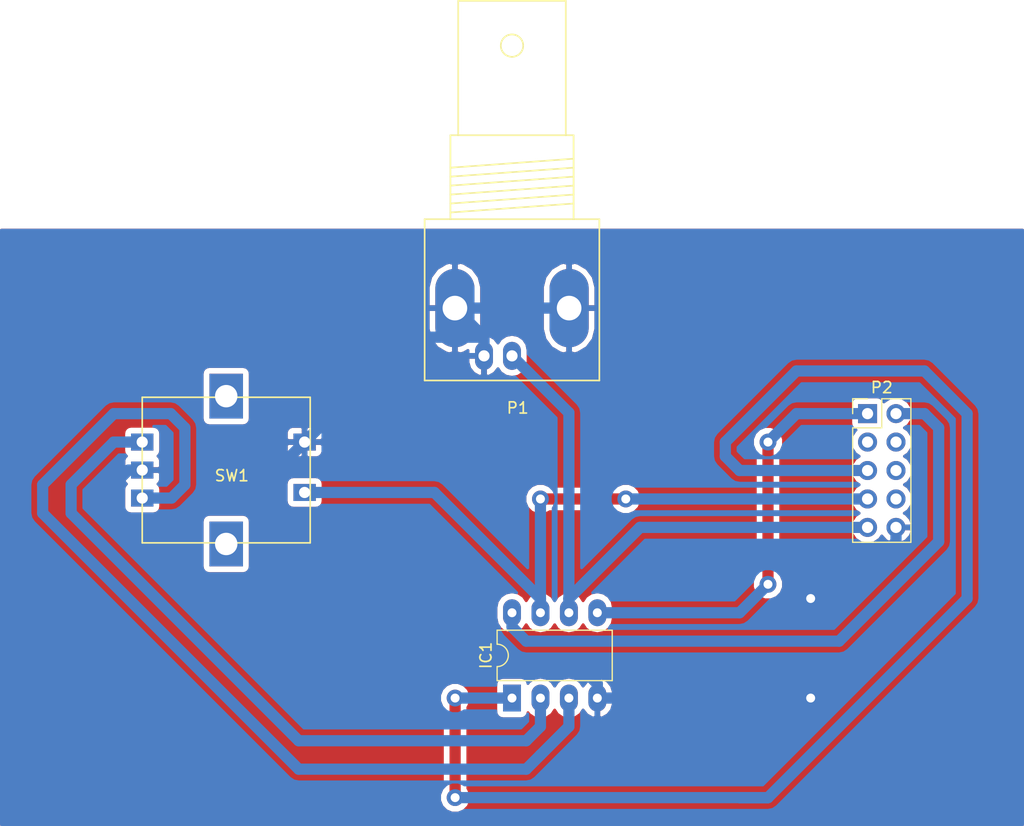
<source format=kicad_pcb>
(kicad_pcb (version 4) (host pcbnew 4.0.5)

  (general
    (links 15)
    (no_connects 0)
    (area 73.66 60.354519 165.100001 134.620001)
    (thickness 1.6)
    (drawings 0)
    (tracks 88)
    (zones 0)
    (modules 4)
    (nets 13)
  )

  (page A4)
  (layers
    (0 F.Cu signal)
    (31 B.Cu signal)
    (32 B.Adhes user)
    (33 F.Adhes user)
    (34 B.Paste user)
    (35 F.Paste user)
    (36 B.SilkS user)
    (37 F.SilkS user)
    (38 B.Mask user)
    (39 F.Mask user)
    (40 Dwgs.User user)
    (41 Cmts.User user)
    (42 Eco1.User user)
    (43 Eco2.User user)
    (44 Edge.Cuts user)
    (45 Margin user)
    (46 B.CrtYd user)
    (47 F.CrtYd user)
    (48 B.Fab user)
    (49 F.Fab user)
  )

  (setup
    (last_trace_width 1)
    (trace_clearance 0.5)
    (zone_clearance 0.508)
    (zone_45_only no)
    (trace_min 0.2)
    (segment_width 0.2)
    (edge_width 0.15)
    (via_size 1.5)
    (via_drill 0.8)
    (via_min_size 0.4)
    (via_min_drill 0.3)
    (uvia_size 1.5)
    (uvia_drill 0.8)
    (uvias_allowed no)
    (uvia_min_size 0.2)
    (uvia_min_drill 0.1)
    (pcb_text_width 0.3)
    (pcb_text_size 1.5 1.5)
    (mod_edge_width 0.15)
    (mod_text_size 1 1)
    (mod_text_width 0.15)
    (pad_size 1.524 1.524)
    (pad_drill 0.762)
    (pad_to_mask_clearance 0.2)
    (aux_axis_origin 0 0)
    (visible_elements FFFFFF7F)
    (pcbplotparams
      (layerselection 0x00030_80000001)
      (usegerberextensions false)
      (excludeedgelayer true)
      (linewidth 0.100000)
      (plotframeref false)
      (viasonmask false)
      (mode 1)
      (useauxorigin false)
      (hpglpennumber 1)
      (hpglpenspeed 20)
      (hpglpendiameter 15)
      (hpglpenoverlay 2)
      (psnegative false)
      (psa4output false)
      (plotreference true)
      (plotvalue true)
      (plotinvisibletext false)
      (padsonsilk false)
      (subtractmaskfromsilk false)
      (outputformat 1)
      (mirror false)
      (drillshape 1)
      (scaleselection 1)
      (outputdirectory ""))
  )

  (net 0 "")
  (net 1 "Net-(IC1-Pad1)")
  (net 2 "Net-(IC1-Pad5)")
  (net 3 "Net-(IC1-Pad2)")
  (net 4 "Net-(IC1-Pad6)")
  (net 5 "Net-(IC1-Pad3)")
  (net 6 "Net-(IC1-Pad7)")
  (net 7 GND)
  (net 8 +5V)
  (net 9 "Net-(P2-Pad3)")
  (net 10 "Net-(P2-Pad4)")
  (net 11 "Net-(P2-Pad6)")
  (net 12 "Net-(P2-Pad8)")

  (net_class Default "This is the default net class."
    (clearance 0.5)
    (trace_width 1)
    (via_dia 1.5)
    (via_drill 0.8)
    (uvia_dia 1.5)
    (uvia_drill 0.8)
    (add_net +5V)
    (add_net GND)
    (add_net "Net-(IC1-Pad1)")
    (add_net "Net-(IC1-Pad2)")
    (add_net "Net-(IC1-Pad3)")
    (add_net "Net-(IC1-Pad5)")
    (add_net "Net-(IC1-Pad6)")
    (add_net "Net-(IC1-Pad7)")
    (add_net "Net-(P2-Pad3)")
    (add_net "Net-(P2-Pad4)")
    (add_net "Net-(P2-Pad6)")
    (add_net "Net-(P2-Pad8)")
  )

  (module Housings_DIP:DIP-8_W7.62mm_LongPads (layer F.Cu) (tedit 59C78D6B) (tstamp 5ADDBC2F)
    (at 119.38 123.19 90)
    (descr "8-lead though-hole mounted DIP package, row spacing 7.62 mm (300 mils), LongPads")
    (tags "THT DIP DIL PDIP 2.54mm 7.62mm 300mil LongPads")
    (path /5ADDB4DB)
    (fp_text reference IC1 (at 3.81 -2.33 90) (layer F.SilkS)
      (effects (font (size 1 1) (thickness 0.15)))
    )
    (fp_text value ATTINY85-P (at 3.81 9.95 90) (layer F.Fab)
      (effects (font (size 1 1) (thickness 0.15)))
    )
    (fp_arc (start 3.81 -1.33) (end 2.81 -1.33) (angle -180) (layer F.SilkS) (width 0.12))
    (fp_line (start 1.635 -1.27) (end 6.985 -1.27) (layer F.Fab) (width 0.1))
    (fp_line (start 6.985 -1.27) (end 6.985 8.89) (layer F.Fab) (width 0.1))
    (fp_line (start 6.985 8.89) (end 0.635 8.89) (layer F.Fab) (width 0.1))
    (fp_line (start 0.635 8.89) (end 0.635 -0.27) (layer F.Fab) (width 0.1))
    (fp_line (start 0.635 -0.27) (end 1.635 -1.27) (layer F.Fab) (width 0.1))
    (fp_line (start 2.81 -1.33) (end 1.56 -1.33) (layer F.SilkS) (width 0.12))
    (fp_line (start 1.56 -1.33) (end 1.56 8.95) (layer F.SilkS) (width 0.12))
    (fp_line (start 1.56 8.95) (end 6.06 8.95) (layer F.SilkS) (width 0.12))
    (fp_line (start 6.06 8.95) (end 6.06 -1.33) (layer F.SilkS) (width 0.12))
    (fp_line (start 6.06 -1.33) (end 4.81 -1.33) (layer F.SilkS) (width 0.12))
    (fp_line (start -1.45 -1.55) (end -1.45 9.15) (layer F.CrtYd) (width 0.05))
    (fp_line (start -1.45 9.15) (end 9.1 9.15) (layer F.CrtYd) (width 0.05))
    (fp_line (start 9.1 9.15) (end 9.1 -1.55) (layer F.CrtYd) (width 0.05))
    (fp_line (start 9.1 -1.55) (end -1.45 -1.55) (layer F.CrtYd) (width 0.05))
    (fp_text user %R (at 3.81 3.81 90) (layer F.Fab)
      (effects (font (size 1 1) (thickness 0.15)))
    )
    (pad 1 thru_hole rect (at 0 0 90) (size 2.4 1.6) (drill 0.8) (layers *.Cu *.Mask)
      (net 1 "Net-(IC1-Pad1)"))
    (pad 5 thru_hole oval (at 7.62 7.62 90) (size 2.4 1.6) (drill 0.8) (layers *.Cu *.Mask)
      (net 2 "Net-(IC1-Pad5)"))
    (pad 2 thru_hole oval (at 0 2.54 90) (size 2.4 1.6) (drill 0.8) (layers *.Cu *.Mask)
      (net 3 "Net-(IC1-Pad2)"))
    (pad 6 thru_hole oval (at 7.62 5.08 90) (size 2.4 1.6) (drill 0.8) (layers *.Cu *.Mask)
      (net 4 "Net-(IC1-Pad6)"))
    (pad 3 thru_hole oval (at 0 5.08 90) (size 2.4 1.6) (drill 0.8) (layers *.Cu *.Mask)
      (net 5 "Net-(IC1-Pad3)"))
    (pad 7 thru_hole oval (at 7.62 2.54 90) (size 2.4 1.6) (drill 0.8) (layers *.Cu *.Mask)
      (net 6 "Net-(IC1-Pad7)"))
    (pad 4 thru_hole oval (at 0 7.62 90) (size 2.4 1.6) (drill 0.8) (layers *.Cu *.Mask)
      (net 7 GND))
    (pad 8 thru_hole oval (at 7.62 0 90) (size 2.4 1.6) (drill 0.8) (layers *.Cu *.Mask)
      (net 8 +5V))
    (model ${KISYS3DMOD}/Housings_DIP.3dshapes/DIP-8_W7.62mm.wrl
      (at (xyz 0 0 0))
      (scale (xyz 1 1 1))
      (rotate (xyz 0 0 0))
    )
  )

  (module Connectors_TE-Connectivity:BNC_Socket_TYCO-AMP_LargePads (layer F.Cu) (tedit 0) (tstamp 5ADDBC37)
    (at 119.38 87.63)
    (descr "BNC Socket TYCO AMP")
    (tags "BNC Socket TYCO AMP")
    (path /5ADDB73B)
    (fp_text reference P1 (at 0.508 9.652) (layer F.SilkS)
      (effects (font (size 1 1) (thickness 0.15)))
    )
    (fp_text value BNC (at 10.89914 -9.6012 90) (layer F.Fab)
      (effects (font (size 1 1) (thickness 0.15)))
    )
    (fp_line (start -5.4991 -11.80084) (end 5.4991 -12.60094) (layer F.SilkS) (width 0.15))
    (fp_line (start -5.4991 -11.00074) (end 5.4991 -11.80084) (layer F.SilkS) (width 0.15))
    (fp_line (start -5.4991 -10.20064) (end 5.4991 -11.00074) (layer F.SilkS) (width 0.15))
    (fp_line (start -5.4991 -9.40054) (end 5.4991 -10.20064) (layer F.SilkS) (width 0.15))
    (fp_line (start -5.4991 -8.60044) (end 5.4991 -9.40054) (layer F.SilkS) (width 0.15))
    (fp_line (start -5.4991 -7.80034) (end 5.4991 -8.60044) (layer F.SilkS) (width 0.15))
    (fp_circle (center 0 -22.69998) (end 1.00076 -22.69998) (layer F.SilkS) (width 0.15))
    (fp_line (start 4.8006 -14.69898) (end 4.8006 -26.70048) (layer F.SilkS) (width 0.15))
    (fp_line (start 4.8006 -26.70048) (end -4.8006 -26.70048) (layer F.SilkS) (width 0.15))
    (fp_line (start -4.8006 -26.70048) (end -4.8006 -14.69898) (layer F.SilkS) (width 0.15))
    (fp_line (start 5.4991 -7.2009) (end 5.4991 -14.69898) (layer F.SilkS) (width 0.15))
    (fp_line (start 5.4991 -14.69898) (end -5.4991 -14.69898) (layer F.SilkS) (width 0.15))
    (fp_line (start -5.4991 -14.69898) (end -5.4991 -7.2009) (layer F.SilkS) (width 0.15))
    (fp_line (start -7.80034 7.2009) (end 7.80034 7.2009) (layer F.SilkS) (width 0.15))
    (fp_line (start 7.80034 7.2009) (end 7.80034 -7.2009) (layer F.SilkS) (width 0.15))
    (fp_line (start 7.80034 -7.2009) (end -7.80034 -7.2009) (layer F.SilkS) (width 0.15))
    (fp_line (start -7.80034 -7.2009) (end -7.80034 7.2009) (layer F.SilkS) (width 0.15))
    (pad 2 thru_hole oval (at -5.09778 0.7366) (size 3.50012 7.00024) (drill 2.19964) (layers *.Cu *.Mask)
      (net 7 GND))
    (pad 2 thru_hole oval (at 5.10032 0.7366) (size 3.50012 7.00024) (drill 2.19964) (layers *.Cu *.Mask)
      (net 7 GND))
    (pad 1 thru_hole oval (at 0 5.00126) (size 1.6002 2.49936) (drill 1.00076) (layers *.Cu *.Mask)
      (net 4 "Net-(IC1-Pad6)"))
    (pad 2 thru_hole oval (at -2.49936 5.00126) (size 1.6002 2.49936) (drill 1.00076) (layers *.Cu *.Mask)
      (net 7 GND))
    (model Sockets_BNC.3dshapes/BNC_Socket_TYCO-AMP_LargePads.wrl
      (at (xyz 0 0 0))
      (scale (xyz 0.3937 0.3937 0.3937))
      (rotate (xyz 0 0 0))
    )
  )

  (module Pin_Headers:Pin_Header_Straight_2x05_Pitch2.54mm (layer F.Cu) (tedit 59650532) (tstamp 5ADDBC45)
    (at 151.13 97.79)
    (descr "Through hole straight pin header, 2x05, 2.54mm pitch, double rows")
    (tags "Through hole pin header THT 2x05 2.54mm double row")
    (path /5ADDB9A9)
    (fp_text reference P2 (at 1.27 -2.33) (layer F.SilkS)
      (effects (font (size 1 1) (thickness 0.15)))
    )
    (fp_text value CONN_02X05 (at 1.27 12.49) (layer F.Fab)
      (effects (font (size 1 1) (thickness 0.15)))
    )
    (fp_line (start 0 -1.27) (end 3.81 -1.27) (layer F.Fab) (width 0.1))
    (fp_line (start 3.81 -1.27) (end 3.81 11.43) (layer F.Fab) (width 0.1))
    (fp_line (start 3.81 11.43) (end -1.27 11.43) (layer F.Fab) (width 0.1))
    (fp_line (start -1.27 11.43) (end -1.27 0) (layer F.Fab) (width 0.1))
    (fp_line (start -1.27 0) (end 0 -1.27) (layer F.Fab) (width 0.1))
    (fp_line (start -1.33 11.49) (end 3.87 11.49) (layer F.SilkS) (width 0.12))
    (fp_line (start -1.33 1.27) (end -1.33 11.49) (layer F.SilkS) (width 0.12))
    (fp_line (start 3.87 -1.33) (end 3.87 11.49) (layer F.SilkS) (width 0.12))
    (fp_line (start -1.33 1.27) (end 1.27 1.27) (layer F.SilkS) (width 0.12))
    (fp_line (start 1.27 1.27) (end 1.27 -1.33) (layer F.SilkS) (width 0.12))
    (fp_line (start 1.27 -1.33) (end 3.87 -1.33) (layer F.SilkS) (width 0.12))
    (fp_line (start -1.33 0) (end -1.33 -1.33) (layer F.SilkS) (width 0.12))
    (fp_line (start -1.33 -1.33) (end 0 -1.33) (layer F.SilkS) (width 0.12))
    (fp_line (start -1.8 -1.8) (end -1.8 11.95) (layer F.CrtYd) (width 0.05))
    (fp_line (start -1.8 11.95) (end 4.35 11.95) (layer F.CrtYd) (width 0.05))
    (fp_line (start 4.35 11.95) (end 4.35 -1.8) (layer F.CrtYd) (width 0.05))
    (fp_line (start 4.35 -1.8) (end -1.8 -1.8) (layer F.CrtYd) (width 0.05))
    (fp_text user %R (at 1.27 5.08 90) (layer F.Fab)
      (effects (font (size 1 1) (thickness 0.15)))
    )
    (pad 1 thru_hole rect (at 0 0) (size 1.7 1.7) (drill 1) (layers *.Cu *.Mask)
      (net 2 "Net-(IC1-Pad5)"))
    (pad 2 thru_hole oval (at 2.54 0) (size 1.7 1.7) (drill 1) (layers *.Cu *.Mask)
      (net 8 +5V))
    (pad 3 thru_hole oval (at 0 2.54) (size 1.7 1.7) (drill 1) (layers *.Cu *.Mask)
      (net 9 "Net-(P2-Pad3)"))
    (pad 4 thru_hole oval (at 2.54 2.54) (size 1.7 1.7) (drill 1) (layers *.Cu *.Mask)
      (net 10 "Net-(P2-Pad4)"))
    (pad 5 thru_hole oval (at 0 5.08) (size 1.7 1.7) (drill 1) (layers *.Cu *.Mask)
      (net 1 "Net-(IC1-Pad1)"))
    (pad 6 thru_hole oval (at 2.54 5.08) (size 1.7 1.7) (drill 1) (layers *.Cu *.Mask)
      (net 11 "Net-(P2-Pad6)"))
    (pad 7 thru_hole oval (at 0 7.62) (size 1.7 1.7) (drill 1) (layers *.Cu *.Mask)
      (net 6 "Net-(IC1-Pad7)"))
    (pad 8 thru_hole oval (at 2.54 7.62) (size 1.7 1.7) (drill 1) (layers *.Cu *.Mask)
      (net 12 "Net-(P2-Pad8)"))
    (pad 9 thru_hole oval (at 0 10.16) (size 1.7 1.7) (drill 1) (layers *.Cu *.Mask)
      (net 4 "Net-(IC1-Pad6)"))
    (pad 10 thru_hole oval (at 2.54 10.16) (size 1.7 1.7) (drill 1) (layers *.Cu *.Mask)
      (net 7 GND))
    (model ${KISYS3DMOD}/Pin_Headers.3dshapes/Pin_Header_Straight_2x05_Pitch2.54mm.wrl
      (at (xyz 0 0 0))
      (scale (xyz 1 1 1))
      (rotate (xyz 0 0 0))
    )
  )

  (module MatthewLib:RotEnc (layer F.Cu) (tedit 5A79900C) (tstamp 5ADDBC50)
    (at 86.36 100.33)
    (path /5ADDB64C)
    (fp_text reference SW1 (at 8 3) (layer F.SilkS)
      (effects (font (size 1 1) (thickness 0.15)))
    )
    (fp_text value Rotary_Encoder_Switch (at 8 -8) (layer F.Fab) hide
      (effects (font (size 1 1) (thickness 0.15)))
    )
    (fp_line (start 0 0) (end 0 -4) (layer F.SilkS) (width 0.15))
    (fp_line (start 0 -4) (end 15 -4) (layer F.SilkS) (width 0.15))
    (fp_line (start 15 -4) (end 15 9) (layer F.SilkS) (width 0.15))
    (fp_line (start 15 9) (end 0 9) (layer F.SilkS) (width 0.15))
    (fp_line (start 0 9) (end 0 0) (layer F.SilkS) (width 0.15))
    (pad 1 thru_hole rect (at 0 0) (size 2 1.524) (drill 1) (layers *.Cu *.Mask)
      (net 3 "Net-(IC1-Pad2)"))
    (pad 2 thru_hole rect (at 0 2.5) (size 2 1.524) (drill 1) (layers *.Cu *.Mask)
      (net 7 GND))
    (pad 3 thru_hole rect (at 0 5) (size 2 1.524) (drill 1) (layers *.Cu *.Mask)
      (net 5 "Net-(IC1-Pad3)"))
    (pad 4 thru_hole rect (at 14.5 4.5) (size 2 1.524) (drill 1) (layers *.Cu *.Mask)
      (net 6 "Net-(IC1-Pad7)"))
    (pad 5 thru_hole rect (at 14.5 0) (size 2 1.524) (drill 1) (layers *.Cu *.Mask)
      (net 7 GND))
    (pad "" thru_hole rect (at 7.5 -4.1) (size 3 4) (drill 2) (layers *.Cu *.Mask))
    (pad "" thru_hole rect (at 7.5 9.1) (size 3 4) (drill 2) (layers *.Cu *.Mask))
  )

  (segment (start 119.38 123.19) (end 114.3 123.19) (width 1) (layer B.Cu) (net 1))
  (segment (start 139.7 102.87) (end 151.13 102.87) (width 1) (layer B.Cu) (net 1) (tstamp 5ADDBF8D))
  (segment (start 138.43 101.6) (end 139.7 102.87) (width 1) (layer B.Cu) (net 1) (tstamp 5ADDBF8B))
  (segment (start 138.43 100.33) (end 138.43 101.6) (width 1) (layer B.Cu) (net 1) (tstamp 5ADDBF89))
  (segment (start 144.78 93.98) (end 138.43 100.33) (width 1) (layer B.Cu) (net 1) (tstamp 5ADDBF82))
  (segment (start 156.21 93.98) (end 144.78 93.98) (width 1) (layer B.Cu) (net 1) (tstamp 5ADDBF7D))
  (segment (start 160.02 97.79) (end 156.21 93.98) (width 1) (layer B.Cu) (net 1) (tstamp 5ADDBF77))
  (segment (start 160.02 114.3) (end 160.02 97.79) (width 1) (layer B.Cu) (net 1) (tstamp 5ADDBF6F))
  (segment (start 142.24 132.08) (end 160.02 114.3) (width 1) (layer B.Cu) (net 1) (tstamp 5ADDBF6A))
  (segment (start 139.7 132.08) (end 142.24 132.08) (width 1) (layer B.Cu) (net 1) (tstamp 5ADDBF64))
  (segment (start 142.24 132.08) (end 139.7 132.08) (width 1) (layer B.Cu) (net 1) (tstamp 5ADDBF63))
  (segment (start 114.3 132.08) (end 142.24 132.08) (width 1) (layer B.Cu) (net 1) (tstamp 5ADDBF62))
  (via (at 114.3 132.08) (size 1.5) (drill 0.8) (layers F.Cu B.Cu) (net 1))
  (segment (start 114.3 123.19) (end 114.3 132.08) (width 1) (layer F.Cu) (net 1) (tstamp 5ADDBF5E))
  (via (at 114.3 123.19) (size 1.5) (drill 0.8) (layers F.Cu B.Cu) (net 1))
  (segment (start 127 115.57) (end 139.7 115.57) (width 1) (layer B.Cu) (net 2))
  (segment (start 144.78 97.79) (end 151.13 97.79) (width 1) (layer B.Cu) (net 2) (tstamp 5ADDBE73))
  (segment (start 142.24 100.33) (end 144.78 97.79) (width 1) (layer B.Cu) (net 2) (tstamp 5ADDBE72))
  (via (at 142.24 100.33) (size 1.5) (drill 0.8) (layers F.Cu B.Cu) (net 2))
  (segment (start 142.24 113.03) (end 142.24 100.33) (width 1) (layer F.Cu) (net 2) (tstamp 5ADDBE6E))
  (via (at 142.24 113.03) (size 1.5) (drill 0.8) (layers F.Cu B.Cu) (net 2))
  (segment (start 139.7 115.57) (end 142.24 113.03) (width 1) (layer B.Cu) (net 2) (tstamp 5ADDBE6A))
  (segment (start 121.92 123.19) (end 121.92 125.73) (width 1) (layer B.Cu) (net 3))
  (segment (start 83.82 100.33) (end 86.36 100.33) (width 1) (layer B.Cu) (net 3) (tstamp 5ADDC0C5))
  (segment (start 80.01 104.14) (end 83.82 100.33) (width 1) (layer B.Cu) (net 3) (tstamp 5ADDC0C4))
  (segment (start 80.01 106.68) (end 80.01 104.14) (width 1) (layer B.Cu) (net 3) (tstamp 5ADDC0C3))
  (segment (start 100.33 127) (end 80.01 106.68) (width 1) (layer B.Cu) (net 3) (tstamp 5ADDC0BE))
  (segment (start 120.65 127) (end 100.33 127) (width 1) (layer B.Cu) (net 3) (tstamp 5ADDC0BD))
  (segment (start 121.92 125.73) (end 120.65 127) (width 1) (layer B.Cu) (net 3) (tstamp 5ADDC0BC))
  (segment (start 121.92 123.19) (end 121.92 123.19) (width 1) (layer B.Cu) (net 3))
  (segment (start 124.46 115.57) (end 124.46 97.71126) (width 1) (layer B.Cu) (net 4) (status 400000))
  (segment (start 124.46 97.71126) (end 119.38 92.63126) (width 1) (layer B.Cu) (net 4) (tstamp 5ADDC0E9) (status 800000))
  (segment (start 151.13 107.95) (end 130.81 107.95) (width 1) (layer B.Cu) (net 4))
  (segment (start 130.81 107.95) (end 124.46 114.3) (width 1) (layer B.Cu) (net 4) (tstamp 5ADDBE29))
  (segment (start 124.46 115.57) (end 124.46 114.3) (width 1) (layer B.Cu) (net 4))
  (segment (start 124.46 114.3) (end 130.81 107.95) (width 1) (layer B.Cu) (net 4) (tstamp 5ADDBE22))
  (segment (start 124.46 123.19) (end 124.46 125.73) (width 1) (layer B.Cu) (net 5) (status 400000))
  (segment (start 88.98 105.33) (end 86.36 105.33) (width 1) (layer B.Cu) (net 5) (tstamp 5ADDC223) (status 800000))
  (segment (start 90.17 104.14) (end 88.98 105.33) (width 1) (layer B.Cu) (net 5) (tstamp 5ADDC222))
  (segment (start 90.17 99.06) (end 90.17 104.14) (width 1) (layer B.Cu) (net 5) (tstamp 5ADDC221))
  (segment (start 88.9 97.79) (end 90.17 99.06) (width 1) (layer B.Cu) (net 5) (tstamp 5ADDC220))
  (segment (start 83.82 97.79) (end 88.9 97.79) (width 1) (layer B.Cu) (net 5) (tstamp 5ADDC21B))
  (segment (start 77.47 104.14) (end 83.82 97.79) (width 1) (layer B.Cu) (net 5) (tstamp 5ADDC21A))
  (segment (start 77.47 106.68) (end 77.47 104.14) (width 1) (layer B.Cu) (net 5) (tstamp 5ADDC215))
  (segment (start 100.33 129.54) (end 77.47 106.68) (width 1) (layer B.Cu) (net 5) (tstamp 5ADDC213))
  (segment (start 120.65 129.54) (end 100.33 129.54) (width 1) (layer B.Cu) (net 5) (tstamp 5ADDC1FA))
  (segment (start 121.92 128.27) (end 120.65 129.54) (width 1) (layer B.Cu) (net 5) (tstamp 5ADDC1F7))
  (segment (start 124.46 125.73) (end 121.92 128.27) (width 1) (layer B.Cu) (net 5) (tstamp 5ADDC1F6))
  (segment (start 121.92 115.57) (end 121.92 105.41) (width 1) (layer B.Cu) (net 6))
  (segment (start 129.54 105.41) (end 151.13 105.41) (width 1) (layer B.Cu) (net 6) (tstamp 5ADDBEE3))
  (via (at 129.54 105.41) (size 1.5) (drill 0.8) (layers F.Cu B.Cu) (net 6))
  (segment (start 121.92 105.41) (end 129.54 105.41) (width 1) (layer F.Cu) (net 6) (tstamp 5ADDBED8))
  (via (at 121.92 105.41) (size 1.5) (drill 0.8) (layers F.Cu B.Cu) (net 6))
  (segment (start 100.86 104.83) (end 112.45 104.83) (width 1) (layer B.Cu) (net 6))
  (segment (start 121.92 114.3) (end 121.92 115.57) (width 1) (layer B.Cu) (net 6) (tstamp 5ADDBECD))
  (segment (start 112.45 104.83) (end 121.92 114.3) (width 1) (layer B.Cu) (net 6) (tstamp 5ADDBECA))
  (segment (start 116.88064 92.63126) (end 116.88064 90.96502) (width 1) (layer B.Cu) (net 7) (status 400000))
  (segment (start 124.48032 88.3666) (end 114.28222 88.3666) (width 1) (layer B.Cu) (net 7) (status C00000))
  (segment (start 114.28222 88.3666) (end 116.88064 90.96502) (width 1) (layer B.Cu) (net 7) (tstamp 5ADDC0EE) (status 400000))
  (segment (start 116.88064 90.96502) (end 110.22498 90.96502) (width 1) (layer B.Cu) (net 7) (tstamp 5ADDC0EF))
  (segment (start 110.22498 90.96502) (end 100.86 100.33) (width 1) (layer B.Cu) (net 7) (tstamp 5ADDC0F0) (status 800000))
  (segment (start 127 123.19) (end 127 121.92) (width 1) (layer B.Cu) (net 7))
  (segment (start 106.68 120.65) (end 97.79 111.76) (width 1) (layer B.Cu) (net 7) (tstamp 5ADDC0B8))
  (segment (start 125.73 120.65) (end 106.68 120.65) (width 1) (layer B.Cu) (net 7) (tstamp 5ADDC0B5))
  (segment (start 127 121.92) (end 125.73 120.65) (width 1) (layer B.Cu) (net 7) (tstamp 5ADDC0B4))
  (segment (start 127 123.19) (end 146.05 123.19) (width 1) (layer B.Cu) (net 7))
  (segment (start 153.67 109.22) (end 153.67 107.95) (width 1) (layer B.Cu) (net 7) (tstamp 5ADDC0A0))
  (segment (start 151.13 111.76) (end 153.67 109.22) (width 1) (layer B.Cu) (net 7) (tstamp 5ADDC09F))
  (segment (start 148.59 111.76) (end 151.13 111.76) (width 1) (layer B.Cu) (net 7) (tstamp 5ADDC09E))
  (segment (start 146.05 114.3) (end 148.59 111.76) (width 1) (layer B.Cu) (net 7) (tstamp 5ADDC09D))
  (via (at 146.05 114.3) (size 1.5) (drill 0.8) (layers F.Cu B.Cu) (net 7))
  (segment (start 146.05 123.19) (end 146.05 114.3) (width 1) (layer F.Cu) (net 7) (tstamp 5ADDC09A))
  (via (at 146.05 123.19) (size 1.5) (drill 0.8) (layers F.Cu B.Cu) (net 7))
  (segment (start 86.36 102.83) (end 85.13 102.83) (width 1) (layer B.Cu) (net 7))
  (segment (start 85.13 102.83) (end 83.82 104.14) (width 1) (layer B.Cu) (net 7) (tstamp 5ADDC057))
  (segment (start 83.82 104.14) (end 83.82 106.68) (width 1) (layer B.Cu) (net 7) (tstamp 5ADDC058))
  (segment (start 83.82 106.68) (end 91.44 114.3) (width 1) (layer B.Cu) (net 7) (tstamp 5ADDC05A))
  (segment (start 91.44 114.3) (end 95.25 114.3) (width 1) (layer B.Cu) (net 7) (tstamp 5ADDC05C))
  (segment (start 95.25 114.3) (end 97.79 111.76) (width 1) (layer B.Cu) (net 7) (tstamp 5ADDC05F))
  (segment (start 97.79 103.4) (end 100.86 100.33) (width 1) (layer B.Cu) (net 7) (tstamp 5ADDC063))
  (segment (start 97.79 111.76) (end 97.79 103.4) (width 1) (layer B.Cu) (net 7) (tstamp 5ADDC060))
  (segment (start 153.67 97.79) (end 156.21 97.79) (width 1) (layer B.Cu) (net 8))
  (segment (start 119.38 116.84) (end 119.38 115.57) (width 1) (layer B.Cu) (net 8) (tstamp 5ADDC031))
  (segment (start 120.65 118.11) (end 119.38 116.84) (width 1) (layer B.Cu) (net 8) (tstamp 5ADDC030))
  (segment (start 148.59 118.11) (end 120.65 118.11) (width 1) (layer B.Cu) (net 8) (tstamp 5ADDC02C))
  (segment (start 157.48 109.22) (end 148.59 118.11) (width 1) (layer B.Cu) (net 8) (tstamp 5ADDC024))
  (segment (start 157.48 99.06) (end 157.48 109.22) (width 1) (layer B.Cu) (net 8) (tstamp 5ADDC021))
  (segment (start 156.21 97.79) (end 157.48 99.06) (width 1) (layer B.Cu) (net 8) (tstamp 5ADDC020))

  (zone (net 7) (net_name GND) (layer B.Cu) (tstamp 5ADDC141) (hatch edge 0.508)
    (connect_pads (clearance 0.508))
    (min_thickness 0.254)
    (fill yes (arc_segments 16) (thermal_gap 0.508) (thermal_bridge_width 0.508))
    (polygon
      (pts
        (xy 165.1 134.62) (xy 73.66 134.62) (xy 73.66 81.28) (xy 165.1 81.28)
      )
    )
    (filled_polygon
      (pts
        (xy 164.973 134.493) (xy 73.787 134.493) (xy 73.787 104.14) (xy 76.335 104.14) (xy 76.335 106.68)
        (xy 76.421397 107.114346) (xy 76.667434 107.482566) (xy 99.527434 130.342566) (xy 99.895654 130.588603) (xy 100.33 130.675)
        (xy 120.65 130.675) (xy 121.084346 130.588603) (xy 121.452566 130.342566) (xy 122.722566 129.072566) (xy 125.262566 126.532567)
        (xy 125.508603 126.164346) (xy 125.550961 125.951397) (xy 125.595 125.73) (xy 125.595 124.460604) (xy 125.727507 124.262293)
        (xy 126.075104 124.6945) (xy 126.568181 124.964367) (xy 126.650961 124.981904) (xy 126.873 124.859915) (xy 126.873 123.317)
        (xy 127.127 123.317) (xy 127.127 124.859915) (xy 127.349039 124.981904) (xy 127.431819 124.964367) (xy 127.924896 124.6945)
        (xy 128.277166 124.256483) (xy 128.435 123.717) (xy 128.435 123.317) (xy 127.127 123.317) (xy 126.873 123.317)
        (xy 126.853 123.317) (xy 126.853 123.063) (xy 126.873 123.063) (xy 126.873 121.520085) (xy 127.127 121.520085)
        (xy 127.127 123.063) (xy 128.435 123.063) (xy 128.435 122.663) (xy 128.277166 122.123517) (xy 127.924896 121.6855)
        (xy 127.431819 121.415633) (xy 127.349039 121.398096) (xy 127.127 121.520085) (xy 126.873 121.520085) (xy 126.650961 121.398096)
        (xy 126.568181 121.415633) (xy 126.075104 121.6855) (xy 125.727507 122.117707) (xy 125.474698 121.739352) (xy 125.009151 121.428283)
        (xy 124.46 121.31905) (xy 123.910849 121.428283) (xy 123.445302 121.739352) (xy 123.19 122.121438) (xy 122.934698 121.739352)
        (xy 122.469151 121.428283) (xy 121.92 121.31905) (xy 121.370849 121.428283) (xy 120.905302 121.739352) (xy 120.807749 121.88535)
        (xy 120.783162 121.754683) (xy 120.64409 121.538559) (xy 120.43189 121.393569) (xy 120.18 121.34256) (xy 118.58 121.34256)
        (xy 118.344683 121.386838) (xy 118.128559 121.52591) (xy 117.983569 121.73811) (xy 117.93256 121.99) (xy 117.93256 122.055)
        (xy 115.123958 122.055) (xy 115.085564 122.016539) (xy 114.576702 121.805241) (xy 114.025715 121.80476) (xy 113.516485 122.015169)
        (xy 113.126539 122.404436) (xy 112.915241 122.913298) (xy 112.91476 123.464285) (xy 113.125169 123.973515) (xy 113.514436 124.363461)
        (xy 114.023298 124.574759) (xy 114.574285 124.57524) (xy 115.083515 124.364831) (xy 115.123415 124.325) (xy 117.93256 124.325)
        (xy 117.93256 124.39) (xy 117.976838 124.625317) (xy 118.11591 124.841441) (xy 118.32811 124.986431) (xy 118.58 125.03744)
        (xy 120.18 125.03744) (xy 120.415317 124.993162) (xy 120.631441 124.85409) (xy 120.776431 124.64189) (xy 120.785 124.599575)
        (xy 120.785 125.259868) (xy 120.179868 125.865) (xy 100.800132 125.865) (xy 82.365132 107.43) (xy 91.71256 107.43)
        (xy 91.71256 111.43) (xy 91.756838 111.665317) (xy 91.89591 111.881441) (xy 92.10811 112.026431) (xy 92.36 112.07744)
        (xy 95.36 112.07744) (xy 95.595317 112.033162) (xy 95.811441 111.89409) (xy 95.956431 111.68189) (xy 96.00744 111.43)
        (xy 96.00744 107.43) (xy 95.963162 107.194683) (xy 95.82409 106.978559) (xy 95.61189 106.833569) (xy 95.36 106.78256)
        (xy 92.36 106.78256) (xy 92.124683 106.826838) (xy 91.908559 106.96591) (xy 91.763569 107.17811) (xy 91.71256 107.43)
        (xy 82.365132 107.43) (xy 81.145 106.209868) (xy 81.145 104.610132) (xy 84.290132 101.465) (xy 84.845435 101.465)
        (xy 84.89591 101.543441) (xy 84.949748 101.580227) (xy 84.821673 101.708301) (xy 84.725 101.94169) (xy 84.725 102.54425)
        (xy 84.88375 102.703) (xy 86.233 102.703) (xy 86.233 102.683) (xy 86.487 102.683) (xy 86.487 102.703)
        (xy 87.83625 102.703) (xy 87.995 102.54425) (xy 87.995 101.94169) (xy 87.898327 101.708301) (xy 87.771693 101.581667)
        (xy 87.811441 101.55609) (xy 87.956431 101.34389) (xy 88.00744 101.092) (xy 88.00744 99.568) (xy 87.963162 99.332683)
        (xy 87.82409 99.116559) (xy 87.61189 98.971569) (xy 87.381925 98.925) (xy 88.429868 98.925) (xy 89.035 99.530132)
        (xy 89.035 103.669868) (xy 88.509868 104.195) (xy 87.874565 104.195) (xy 87.82409 104.116559) (xy 87.770252 104.079773)
        (xy 87.898327 103.951699) (xy 87.995 103.71831) (xy 87.995 103.11575) (xy 87.83625 102.957) (xy 86.487 102.957)
        (xy 86.487 102.977) (xy 86.233 102.977) (xy 86.233 102.957) (xy 84.88375 102.957) (xy 84.725 103.11575)
        (xy 84.725 103.71831) (xy 84.821673 103.951699) (xy 84.948307 104.078333) (xy 84.908559 104.10391) (xy 84.763569 104.31611)
        (xy 84.71256 104.568) (xy 84.71256 106.092) (xy 84.756838 106.327317) (xy 84.89591 106.543441) (xy 85.10811 106.688431)
        (xy 85.36 106.73944) (xy 87.36 106.73944) (xy 87.595317 106.695162) (xy 87.811441 106.55609) (xy 87.87368 106.465)
        (xy 88.98 106.465) (xy 89.414346 106.378603) (xy 89.782566 106.132566) (xy 90.972566 104.942566) (xy 91.003912 104.895654)
        (xy 91.218603 104.574346) (xy 91.305 104.14) (xy 91.305 104.068) (xy 99.21256 104.068) (xy 99.21256 105.592)
        (xy 99.256838 105.827317) (xy 99.39591 106.043441) (xy 99.60811 106.188431) (xy 99.86 106.23944) (xy 101.86 106.23944)
        (xy 102.095317 106.195162) (xy 102.311441 106.05609) (xy 102.37368 105.965) (xy 111.979868 105.965) (xy 119.79683 113.781963)
        (xy 119.38 113.69905) (xy 118.830849 113.808283) (xy 118.365302 114.119352) (xy 118.054233 114.584899) (xy 117.945 115.13405)
        (xy 117.945 116.00595) (xy 118.054233 116.555101) (xy 118.245171 116.840859) (xy 118.331397 117.274346) (xy 118.577434 117.642566)
        (xy 119.847434 118.912566) (xy 120.215654 119.158603) (xy 120.65 119.245) (xy 148.59 119.245) (xy 149.024346 119.158603)
        (xy 149.392566 118.912566) (xy 158.282567 110.022566) (xy 158.528604 109.654345) (xy 158.615 109.22) (xy 158.615 99.06)
        (xy 158.528603 98.625654) (xy 158.282566 98.257434) (xy 157.012566 96.987434) (xy 156.894723 96.908694) (xy 156.644346 96.741397)
        (xy 156.21 96.655) (xy 154.622016 96.655) (xy 154.267378 96.418039) (xy 153.699093 96.305) (xy 153.640907 96.305)
        (xy 153.072622 96.418039) (xy 152.590853 96.739946) (xy 152.590029 96.741179) (xy 152.583162 96.704683) (xy 152.44409 96.488559)
        (xy 152.23189 96.343569) (xy 151.98 96.29256) (xy 150.28 96.29256) (xy 150.044683 96.336838) (xy 149.828559 96.47591)
        (xy 149.706192 96.655) (xy 144.78 96.655) (xy 144.352949 96.739946) (xy 144.345654 96.741397) (xy 143.977433 96.987434)
        (xy 142.02006 98.944807) (xy 141.965715 98.94476) (xy 141.456485 99.155169) (xy 141.066539 99.544436) (xy 140.855241 100.053298)
        (xy 140.85476 100.604285) (xy 141.065169 101.113515) (xy 141.454436 101.503461) (xy 141.963298 101.714759) (xy 142.514285 101.71524)
        (xy 143.023515 101.504831) (xy 143.413461 101.115564) (xy 143.624759 100.606702) (xy 143.624808 100.550324) (xy 145.250133 98.925)
        (xy 149.708808 98.925) (xy 149.81591 99.091441) (xy 150.02811 99.236431) (xy 150.095541 99.250086) (xy 150.050853 99.279946)
        (xy 149.728946 99.761715) (xy 149.615907 100.33) (xy 149.728946 100.898285) (xy 150.050853 101.380054) (xy 150.380026 101.6)
        (xy 150.177984 101.735) (xy 140.170132 101.735) (xy 139.565 101.129868) (xy 139.565 100.800132) (xy 145.250132 95.115)
        (xy 155.739868 95.115) (xy 158.885 98.260132) (xy 158.885 113.829868) (xy 141.769868 130.945) (xy 115.123958 130.945)
        (xy 115.085564 130.906539) (xy 114.576702 130.695241) (xy 114.025715 130.69476) (xy 113.516485 130.905169) (xy 113.126539 131.294436)
        (xy 112.915241 131.803298) (xy 112.91476 132.354285) (xy 113.125169 132.863515) (xy 113.514436 133.253461) (xy 114.023298 133.464759)
        (xy 114.574285 133.46524) (xy 115.083515 133.254831) (xy 115.123415 133.215) (xy 142.24 133.215) (xy 142.674346 133.128603)
        (xy 143.042566 132.882566) (xy 160.822566 115.102566) (xy 161.046494 114.767434) (xy 161.068603 114.734346) (xy 161.155 114.3)
        (xy 161.155 97.79) (xy 161.139338 97.71126) (xy 161.068604 97.355655) (xy 160.822566 96.987434) (xy 157.012566 93.177434)
        (xy 156.845202 93.065605) (xy 156.644346 92.931397) (xy 156.21 92.845) (xy 144.78 92.845) (xy 144.345654 92.931397)
        (xy 144.144798 93.065605) (xy 143.977434 93.177434) (xy 137.627434 99.527434) (xy 137.381397 99.895654) (xy 137.295 100.33)
        (xy 137.295 101.6) (xy 137.381397 102.034346) (xy 137.627434 102.402566) (xy 138.897434 103.672566) (xy 139.265654 103.918603)
        (xy 139.7 104.005) (xy 150.177984 104.005) (xy 150.380026 104.14) (xy 150.177984 104.275) (xy 130.363958 104.275)
        (xy 130.325564 104.236539) (xy 129.816702 104.025241) (xy 129.265715 104.02476) (xy 128.756485 104.235169) (xy 128.366539 104.624436)
        (xy 128.155241 105.133298) (xy 128.15476 105.684285) (xy 128.365169 106.193515) (xy 128.754436 106.583461) (xy 129.263298 106.794759)
        (xy 129.814285 106.79524) (xy 130.323515 106.584831) (xy 130.363415 106.545) (xy 150.177984 106.545) (xy 150.380026 106.68)
        (xy 150.177984 106.815) (xy 130.81 106.815) (xy 130.375654 106.901397) (xy 130.056955 107.114345) (xy 130.007434 107.147434)
        (xy 125.595 111.559868) (xy 125.595 97.71126) (xy 125.508603 97.276914) (xy 125.262566 96.908694) (xy 120.8151 92.461228)
        (xy 120.8151 92.144757) (xy 120.70586 91.595568) (xy 120.394769 91.129988) (xy 119.929189 90.818897) (xy 119.38 90.709657)
        (xy 118.830811 90.818897) (xy 118.365231 91.129988) (xy 118.130572 91.481179) (xy 117.805607 91.077108) (xy 117.312497 90.807219)
        (xy 117.229695 90.789677) (xy 117.00764 90.911664) (xy 117.00764 92.50426) (xy 117.02764 92.50426) (xy 117.02764 92.75826)
        (xy 117.00764 92.75826) (xy 117.00764 94.350856) (xy 117.229695 94.472843) (xy 117.312497 94.455301) (xy 117.805607 94.185412)
        (xy 118.130572 93.781341) (xy 118.365231 94.132532) (xy 118.830811 94.443623) (xy 119.38 94.552863) (xy 119.643965 94.500357)
        (xy 123.325 98.181392) (xy 123.325 114.299396) (xy 123.19 114.501438) (xy 123.055 114.299396) (xy 123.055 106.233958)
        (xy 123.093461 106.195564) (xy 123.304759 105.686702) (xy 123.30524 105.135715) (xy 123.094831 104.626485) (xy 122.705564 104.236539)
        (xy 122.196702 104.025241) (xy 121.645715 104.02476) (xy 121.136485 104.235169) (xy 120.746539 104.624436) (xy 120.535241 105.133298)
        (xy 120.53476 105.684285) (xy 120.745169 106.193515) (xy 120.785 106.233415) (xy 120.785 111.559867) (xy 113.252566 104.027434)
        (xy 113.168958 103.971569) (xy 112.884346 103.781397) (xy 112.45 103.695) (xy 102.374565 103.695) (xy 102.32409 103.616559)
        (xy 102.11189 103.471569) (xy 101.86 103.42056) (xy 99.86 103.42056) (xy 99.624683 103.464838) (xy 99.408559 103.60391)
        (xy 99.263569 103.81611) (xy 99.21256 104.068) (xy 91.305 104.068) (xy 91.305 100.61575) (xy 99.225 100.61575)
        (xy 99.225 101.21831) (xy 99.321673 101.451699) (xy 99.500302 101.630327) (xy 99.733691 101.727) (xy 100.57425 101.727)
        (xy 100.733 101.56825) (xy 100.733 100.457) (xy 100.987 100.457) (xy 100.987 101.56825) (xy 101.14575 101.727)
        (xy 101.986309 101.727) (xy 102.219698 101.630327) (xy 102.398327 101.451699) (xy 102.495 101.21831) (xy 102.495 100.61575)
        (xy 102.33625 100.457) (xy 100.987 100.457) (xy 100.733 100.457) (xy 99.38375 100.457) (xy 99.225 100.61575)
        (xy 91.305 100.61575) (xy 91.305 99.44169) (xy 99.225 99.44169) (xy 99.225 100.04425) (xy 99.38375 100.203)
        (xy 100.733 100.203) (xy 100.733 99.09175) (xy 100.987 99.09175) (xy 100.987 100.203) (xy 102.33625 100.203)
        (xy 102.495 100.04425) (xy 102.495 99.44169) (xy 102.398327 99.208301) (xy 102.219698 99.029673) (xy 101.986309 98.933)
        (xy 101.14575 98.933) (xy 100.987 99.09175) (xy 100.733 99.09175) (xy 100.57425 98.933) (xy 99.733691 98.933)
        (xy 99.500302 99.029673) (xy 99.321673 99.208301) (xy 99.225 99.44169) (xy 91.305 99.44169) (xy 91.305 99.06)
        (xy 91.218603 98.625654) (xy 90.972566 98.257434) (xy 89.702566 96.987434) (xy 89.584723 96.908694) (xy 89.334346 96.741397)
        (xy 88.9 96.655) (xy 83.82 96.655) (xy 83.385654 96.741397) (xy 83.135277 96.908694) (xy 83.017434 96.987434)
        (xy 76.667434 103.337434) (xy 76.421397 103.705654) (xy 76.335 104.14) (xy 73.787 104.14) (xy 73.787 94.23)
        (xy 91.71256 94.23) (xy 91.71256 98.23) (xy 91.756838 98.465317) (xy 91.89591 98.681441) (xy 92.10811 98.826431)
        (xy 92.36 98.87744) (xy 95.36 98.87744) (xy 95.595317 98.833162) (xy 95.811441 98.69409) (xy 95.956431 98.48189)
        (xy 96.00744 98.23) (xy 96.00744 94.23) (xy 95.963162 93.994683) (xy 95.82409 93.778559) (xy 95.61189 93.633569)
        (xy 95.36 93.58256) (xy 92.36 93.58256) (xy 92.124683 93.626838) (xy 91.908559 93.76591) (xy 91.763569 93.97811)
        (xy 91.71256 94.23) (xy 73.787 94.23) (xy 73.787 92.75826) (xy 115.44554 92.75826) (xy 115.44554 93.20784)
        (xy 115.603381 93.747362) (xy 115.955673 94.185412) (xy 116.448783 94.455301) (xy 116.531585 94.472843) (xy 116.75364 94.350856)
        (xy 116.75364 92.75826) (xy 115.44554 92.75826) (xy 73.787 92.75826) (xy 73.787 88.4936) (xy 111.89716 88.4936)
        (xy 111.89716 90.24366) (xy 112.127313 91.146716) (xy 112.685531 91.892955) (xy 113.48683 92.368769) (xy 113.784207 92.449146)
        (xy 114.15522 92.339345) (xy 114.15522 88.4936) (xy 114.40922 88.4936) (xy 114.40922 92.339345) (xy 114.780233 92.449146)
        (xy 115.07761 92.368769) (xy 115.44554 92.150291) (xy 115.44554 92.50426) (xy 116.75364 92.50426) (xy 116.75364 90.911664)
        (xy 116.531585 90.789677) (xy 116.527924 90.790453) (xy 116.66728 90.24366) (xy 116.66728 88.4936) (xy 122.09526 88.4936)
        (xy 122.09526 90.24366) (xy 122.325413 91.146716) (xy 122.883631 91.892955) (xy 123.68493 92.368769) (xy 123.982307 92.449146)
        (xy 124.35332 92.339345) (xy 124.35332 88.4936) (xy 124.60732 88.4936) (xy 124.60732 92.339345) (xy 124.978333 92.449146)
        (xy 125.27571 92.368769) (xy 126.077009 91.892955) (xy 126.635227 91.146716) (xy 126.86538 90.24366) (xy 126.86538 88.4936)
        (xy 124.60732 88.4936) (xy 124.35332 88.4936) (xy 122.09526 88.4936) (xy 116.66728 88.4936) (xy 114.40922 88.4936)
        (xy 114.15522 88.4936) (xy 111.89716 88.4936) (xy 73.787 88.4936) (xy 73.787 86.48954) (xy 111.89716 86.48954)
        (xy 111.89716 88.2396) (xy 114.15522 88.2396) (xy 114.15522 84.393855) (xy 114.40922 84.393855) (xy 114.40922 88.2396)
        (xy 116.66728 88.2396) (xy 116.66728 86.48954) (xy 122.09526 86.48954) (xy 122.09526 88.2396) (xy 124.35332 88.2396)
        (xy 124.35332 84.393855) (xy 124.60732 84.393855) (xy 124.60732 88.2396) (xy 126.86538 88.2396) (xy 126.86538 86.48954)
        (xy 126.635227 85.586484) (xy 126.077009 84.840245) (xy 125.27571 84.364431) (xy 124.978333 84.284054) (xy 124.60732 84.393855)
        (xy 124.35332 84.393855) (xy 123.982307 84.284054) (xy 123.68493 84.364431) (xy 122.883631 84.840245) (xy 122.325413 85.586484)
        (xy 122.09526 86.48954) (xy 116.66728 86.48954) (xy 116.437127 85.586484) (xy 115.878909 84.840245) (xy 115.07761 84.364431)
        (xy 114.780233 84.284054) (xy 114.40922 84.393855) (xy 114.15522 84.393855) (xy 113.784207 84.284054) (xy 113.48683 84.364431)
        (xy 112.685531 84.840245) (xy 112.127313 85.586484) (xy 111.89716 86.48954) (xy 73.787 86.48954) (xy 73.787 81.407)
        (xy 164.973 81.407)
      )
    )
    (filled_polygon
      (pts
        (xy 156.345 99.530132) (xy 156.345 108.749867) (xy 148.119868 116.975) (xy 128.045199 116.975) (xy 128.225608 116.705)
        (xy 139.7 116.705) (xy 140.134346 116.618603) (xy 140.502566 116.372566) (xy 142.45994 114.415193) (xy 142.514285 114.41524)
        (xy 143.023515 114.204831) (xy 143.413461 113.815564) (xy 143.624759 113.306702) (xy 143.62524 112.755715) (xy 143.414831 112.246485)
        (xy 143.025564 111.856539) (xy 142.516702 111.645241) (xy 141.965715 111.64476) (xy 141.456485 111.855169) (xy 141.066539 112.244436)
        (xy 140.855241 112.753298) (xy 140.855192 112.809675) (xy 139.229868 114.435) (xy 128.225608 114.435) (xy 128.014698 114.119352)
        (xy 127.549151 113.808283) (xy 127 113.69905) (xy 126.583169 113.781963) (xy 131.280132 109.085) (xy 150.177984 109.085)
        (xy 150.532622 109.321961) (xy 151.100907 109.435) (xy 151.159093 109.435) (xy 151.727378 109.321961) (xy 152.209147 109.000054)
        (xy 152.398345 108.716899) (xy 152.398355 108.716924) (xy 152.788642 109.145183) (xy 153.313108 109.391486) (xy 153.543 109.270819)
        (xy 153.543 108.077) (xy 153.797 108.077) (xy 153.797 109.270819) (xy 154.026892 109.391486) (xy 154.551358 109.145183)
        (xy 154.941645 108.716924) (xy 155.111476 108.30689) (xy 154.990155 108.077) (xy 153.797 108.077) (xy 153.543 108.077)
        (xy 153.523 108.077) (xy 153.523 107.823) (xy 153.543 107.823) (xy 153.543 107.803) (xy 153.797 107.803)
        (xy 153.797 107.823) (xy 154.990155 107.823) (xy 155.111476 107.59311) (xy 154.941645 107.183076) (xy 154.551358 106.754817)
        (xy 154.408447 106.687702) (xy 154.749147 106.460054) (xy 155.071054 105.978285) (xy 155.184093 105.41) (xy 155.071054 104.841715)
        (xy 154.749147 104.359946) (xy 154.419974 104.14) (xy 154.749147 103.920054) (xy 155.071054 103.438285) (xy 155.184093 102.87)
        (xy 155.071054 102.301715) (xy 154.749147 101.819946) (xy 154.419974 101.6) (xy 154.749147 101.380054) (xy 155.071054 100.898285)
        (xy 155.184093 100.33) (xy 155.071054 99.761715) (xy 154.749147 99.279946) (xy 154.419974 99.06) (xy 154.622016 98.925)
        (xy 155.739868 98.925)
      )
    )
  )
  (zone (net 7) (net_name GND) (layer F.Cu) (tstamp 5ADDC160) (hatch edge 0.508)
    (connect_pads (clearance 0.508))
    (min_thickness 0.254)
    (fill yes (arc_segments 16) (thermal_gap 0.508) (thermal_bridge_width 0.508))
    (polygon
      (pts
        (xy 165.1 134.62) (xy 73.66 134.62) (xy 73.66 81.28) (xy 165.1 81.28)
      )
    )
    (filled_polygon
      (pts
        (xy 164.973 134.493) (xy 73.787 134.493) (xy 73.787 123.464285) (xy 112.91476 123.464285) (xy 113.125169 123.973515)
        (xy 113.165 124.013415) (xy 113.165 131.256042) (xy 113.126539 131.294436) (xy 112.915241 131.803298) (xy 112.91476 132.354285)
        (xy 113.125169 132.863515) (xy 113.514436 133.253461) (xy 114.023298 133.464759) (xy 114.574285 133.46524) (xy 115.083515 133.254831)
        (xy 115.473461 132.865564) (xy 115.684759 132.356702) (xy 115.68524 131.805715) (xy 115.474831 131.296485) (xy 115.435 131.256585)
        (xy 115.435 124.013958) (xy 115.473461 123.975564) (xy 115.684759 123.466702) (xy 115.68524 122.915715) (xy 115.474831 122.406485)
        (xy 115.085564 122.016539) (xy 115.021652 121.99) (xy 117.93256 121.99) (xy 117.93256 124.39) (xy 117.976838 124.625317)
        (xy 118.11591 124.841441) (xy 118.32811 124.986431) (xy 118.58 125.03744) (xy 120.18 125.03744) (xy 120.415317 124.993162)
        (xy 120.631441 124.85409) (xy 120.776431 124.64189) (xy 120.806597 124.492926) (xy 120.905302 124.640648) (xy 121.370849 124.951717)
        (xy 121.92 125.06095) (xy 122.469151 124.951717) (xy 122.934698 124.640648) (xy 123.19 124.258562) (xy 123.445302 124.640648)
        (xy 123.910849 124.951717) (xy 124.46 125.06095) (xy 125.009151 124.951717) (xy 125.474698 124.640648) (xy 125.727507 124.262293)
        (xy 126.075104 124.6945) (xy 126.568181 124.964367) (xy 126.650961 124.981904) (xy 126.873 124.859915) (xy 126.873 123.317)
        (xy 127.127 123.317) (xy 127.127 124.859915) (xy 127.349039 124.981904) (xy 127.431819 124.964367) (xy 127.924896 124.6945)
        (xy 128.277166 124.256483) (xy 128.435 123.717) (xy 128.435 123.317) (xy 127.127 123.317) (xy 126.873 123.317)
        (xy 126.853 123.317) (xy 126.853 123.063) (xy 126.873 123.063) (xy 126.873 121.520085) (xy 127.127 121.520085)
        (xy 127.127 123.063) (xy 128.435 123.063) (xy 128.435 122.663) (xy 128.277166 122.123517) (xy 127.924896 121.6855)
        (xy 127.431819 121.415633) (xy 127.349039 121.398096) (xy 127.127 121.520085) (xy 126.873 121.520085) (xy 126.650961 121.398096)
        (xy 126.568181 121.415633) (xy 126.075104 121.6855) (xy 125.727507 122.117707) (xy 125.474698 121.739352) (xy 125.009151 121.428283)
        (xy 124.46 121.31905) (xy 123.910849 121.428283) (xy 123.445302 121.739352) (xy 123.19 122.121438) (xy 122.934698 121.739352)
        (xy 122.469151 121.428283) (xy 121.92 121.31905) (xy 121.370849 121.428283) (xy 120.905302 121.739352) (xy 120.807749 121.88535)
        (xy 120.783162 121.754683) (xy 120.64409 121.538559) (xy 120.43189 121.393569) (xy 120.18 121.34256) (xy 118.58 121.34256)
        (xy 118.344683 121.386838) (xy 118.128559 121.52591) (xy 117.983569 121.73811) (xy 117.93256 121.99) (xy 115.021652 121.99)
        (xy 114.576702 121.805241) (xy 114.025715 121.80476) (xy 113.516485 122.015169) (xy 113.126539 122.404436) (xy 112.915241 122.913298)
        (xy 112.91476 123.464285) (xy 73.787 123.464285) (xy 73.787 115.13405) (xy 117.945 115.13405) (xy 117.945 116.00595)
        (xy 118.054233 116.555101) (xy 118.365302 117.020648) (xy 118.830849 117.331717) (xy 119.38 117.44095) (xy 119.929151 117.331717)
        (xy 120.394698 117.020648) (xy 120.65 116.638562) (xy 120.905302 117.020648) (xy 121.370849 117.331717) (xy 121.92 117.44095)
        (xy 122.469151 117.331717) (xy 122.934698 117.020648) (xy 123.19 116.638562) (xy 123.445302 117.020648) (xy 123.910849 117.331717)
        (xy 124.46 117.44095) (xy 125.009151 117.331717) (xy 125.474698 117.020648) (xy 125.73 116.638562) (xy 125.985302 117.020648)
        (xy 126.450849 117.331717) (xy 127 117.44095) (xy 127.549151 117.331717) (xy 128.014698 117.020648) (xy 128.325767 116.555101)
        (xy 128.435 116.00595) (xy 128.435 115.13405) (xy 128.325767 114.584899) (xy 128.014698 114.119352) (xy 127.549151 113.808283)
        (xy 127 113.69905) (xy 126.450849 113.808283) (xy 125.985302 114.119352) (xy 125.73 114.501438) (xy 125.474698 114.119352)
        (xy 125.009151 113.808283) (xy 124.46 113.69905) (xy 123.910849 113.808283) (xy 123.445302 114.119352) (xy 123.19 114.501438)
        (xy 122.934698 114.119352) (xy 122.469151 113.808283) (xy 121.92 113.69905) (xy 121.370849 113.808283) (xy 120.905302 114.119352)
        (xy 120.65 114.501438) (xy 120.394698 114.119352) (xy 119.929151 113.808283) (xy 119.38 113.69905) (xy 118.830849 113.808283)
        (xy 118.365302 114.119352) (xy 118.054233 114.584899) (xy 117.945 115.13405) (xy 73.787 115.13405) (xy 73.787 107.43)
        (xy 91.71256 107.43) (xy 91.71256 111.43) (xy 91.756838 111.665317) (xy 91.89591 111.881441) (xy 92.10811 112.026431)
        (xy 92.36 112.07744) (xy 95.36 112.07744) (xy 95.595317 112.033162) (xy 95.811441 111.89409) (xy 95.956431 111.68189)
        (xy 96.00744 111.43) (xy 96.00744 107.43) (xy 95.963162 107.194683) (xy 95.82409 106.978559) (xy 95.61189 106.833569)
        (xy 95.36 106.78256) (xy 92.36 106.78256) (xy 92.124683 106.826838) (xy 91.908559 106.96591) (xy 91.763569 107.17811)
        (xy 91.71256 107.43) (xy 73.787 107.43) (xy 73.787 104.568) (xy 84.71256 104.568) (xy 84.71256 106.092)
        (xy 84.756838 106.327317) (xy 84.89591 106.543441) (xy 85.10811 106.688431) (xy 85.36 106.73944) (xy 87.36 106.73944)
        (xy 87.595317 106.695162) (xy 87.811441 106.55609) (xy 87.956431 106.34389) (xy 88.00744 106.092) (xy 88.00744 104.568)
        (xy 87.963162 104.332683) (xy 87.82409 104.116559) (xy 87.770252 104.079773) (xy 87.782025 104.068) (xy 99.21256 104.068)
        (xy 99.21256 105.592) (xy 99.256838 105.827317) (xy 99.39591 106.043441) (xy 99.60811 106.188431) (xy 99.86 106.23944)
        (xy 101.86 106.23944) (xy 102.095317 106.195162) (xy 102.311441 106.05609) (xy 102.456431 105.84389) (xy 102.488751 105.684285)
        (xy 120.53476 105.684285) (xy 120.745169 106.193515) (xy 121.134436 106.583461) (xy 121.643298 106.794759) (xy 122.194285 106.79524)
        (xy 122.703515 106.584831) (xy 122.743415 106.545) (xy 128.716042 106.545) (xy 128.754436 106.583461) (xy 129.263298 106.794759)
        (xy 129.814285 106.79524) (xy 130.323515 106.584831) (xy 130.713461 106.195564) (xy 130.924759 105.686702) (xy 130.92524 105.135715)
        (xy 130.714831 104.626485) (xy 130.325564 104.236539) (xy 129.816702 104.025241) (xy 129.265715 104.02476) (xy 128.756485 104.235169)
        (xy 128.716585 104.275) (xy 122.743958 104.275) (xy 122.705564 104.236539) (xy 122.196702 104.025241) (xy 121.645715 104.02476)
        (xy 121.136485 104.235169) (xy 120.746539 104.624436) (xy 120.535241 105.133298) (xy 120.53476 105.684285) (xy 102.488751 105.684285)
        (xy 102.50744 105.592) (xy 102.50744 104.068) (xy 102.463162 103.832683) (xy 102.32409 103.616559) (xy 102.11189 103.471569)
        (xy 101.86 103.42056) (xy 99.86 103.42056) (xy 99.624683 103.464838) (xy 99.408559 103.60391) (xy 99.263569 103.81611)
        (xy 99.21256 104.068) (xy 87.782025 104.068) (xy 87.898327 103.951699) (xy 87.995 103.71831) (xy 87.995 103.11575)
        (xy 87.83625 102.957) (xy 86.487 102.957) (xy 86.487 102.977) (xy 86.233 102.977) (xy 86.233 102.957)
        (xy 84.88375 102.957) (xy 84.725 103.11575) (xy 84.725 103.71831) (xy 84.821673 103.951699) (xy 84.948307 104.078333)
        (xy 84.908559 104.10391) (xy 84.763569 104.31611) (xy 84.71256 104.568) (xy 73.787 104.568) (xy 73.787 99.568)
        (xy 84.71256 99.568) (xy 84.71256 101.092) (xy 84.756838 101.327317) (xy 84.89591 101.543441) (xy 84.949748 101.580227)
        (xy 84.821673 101.708301) (xy 84.725 101.94169) (xy 84.725 102.54425) (xy 84.88375 102.703) (xy 86.233 102.703)
        (xy 86.233 102.683) (xy 86.487 102.683) (xy 86.487 102.703) (xy 87.83625 102.703) (xy 87.995 102.54425)
        (xy 87.995 101.94169) (xy 87.898327 101.708301) (xy 87.771693 101.581667) (xy 87.811441 101.55609) (xy 87.956431 101.34389)
        (xy 88.00744 101.092) (xy 88.00744 100.61575) (xy 99.225 100.61575) (xy 99.225 101.21831) (xy 99.321673 101.451699)
        (xy 99.500302 101.630327) (xy 99.733691 101.727) (xy 100.57425 101.727) (xy 100.733 101.56825) (xy 100.733 100.457)
        (xy 100.987 100.457) (xy 100.987 101.56825) (xy 101.14575 101.727) (xy 101.986309 101.727) (xy 102.219698 101.630327)
        (xy 102.398327 101.451699) (xy 102.495 101.21831) (xy 102.495 100.61575) (xy 102.483535 100.604285) (xy 140.85476 100.604285)
        (xy 141.065169 101.113515) (xy 141.105 101.153415) (xy 141.105 112.206042) (xy 141.066539 112.244436) (xy 140.855241 112.753298)
        (xy 140.85476 113.304285) (xy 141.065169 113.813515) (xy 141.454436 114.203461) (xy 141.963298 114.414759) (xy 142.514285 114.41524)
        (xy 143.023515 114.204831) (xy 143.413461 113.815564) (xy 143.624759 113.306702) (xy 143.62524 112.755715) (xy 143.414831 112.246485)
        (xy 143.375 112.206585) (xy 143.375 101.153958) (xy 143.413461 101.115564) (xy 143.624759 100.606702) (xy 143.625 100.33)
        (xy 149.615907 100.33) (xy 149.728946 100.898285) (xy 150.050853 101.380054) (xy 150.380026 101.6) (xy 150.050853 101.819946)
        (xy 149.728946 102.301715) (xy 149.615907 102.87) (xy 149.728946 103.438285) (xy 150.050853 103.920054) (xy 150.380026 104.14)
        (xy 150.050853 104.359946) (xy 149.728946 104.841715) (xy 149.615907 105.41) (xy 149.728946 105.978285) (xy 150.050853 106.460054)
        (xy 150.380026 106.68) (xy 150.050853 106.899946) (xy 149.728946 107.381715) (xy 149.615907 107.95) (xy 149.728946 108.518285)
        (xy 150.050853 109.000054) (xy 150.532622 109.321961) (xy 151.100907 109.435) (xy 151.159093 109.435) (xy 151.727378 109.321961)
        (xy 152.209147 109.000054) (xy 152.398345 108.716899) (xy 152.398355 108.716924) (xy 152.788642 109.145183) (xy 153.313108 109.391486)
        (xy 153.543 109.270819) (xy 153.543 108.077) (xy 153.797 108.077) (xy 153.797 109.270819) (xy 154.026892 109.391486)
        (xy 154.551358 109.145183) (xy 154.941645 108.716924) (xy 155.111476 108.30689) (xy 154.990155 108.077) (xy 153.797 108.077)
        (xy 153.543 108.077) (xy 153.523 108.077) (xy 153.523 107.823) (xy 153.543 107.823) (xy 153.543 107.803)
        (xy 153.797 107.803) (xy 153.797 107.823) (xy 154.990155 107.823) (xy 155.111476 107.59311) (xy 154.941645 107.183076)
        (xy 154.551358 106.754817) (xy 154.408447 106.687702) (xy 154.749147 106.460054) (xy 155.071054 105.978285) (xy 155.184093 105.41)
        (xy 155.071054 104.841715) (xy 154.749147 104.359946) (xy 154.419974 104.14) (xy 154.749147 103.920054) (xy 155.071054 103.438285)
        (xy 155.184093 102.87) (xy 155.071054 102.301715) (xy 154.749147 101.819946) (xy 154.419974 101.6) (xy 154.749147 101.380054)
        (xy 155.071054 100.898285) (xy 155.184093 100.33) (xy 155.071054 99.761715) (xy 154.749147 99.279946) (xy 154.419974 99.06)
        (xy 154.749147 98.840054) (xy 155.071054 98.358285) (xy 155.184093 97.79) (xy 155.071054 97.221715) (xy 154.749147 96.739946)
        (xy 154.267378 96.418039) (xy 153.699093 96.305) (xy 153.640907 96.305) (xy 153.072622 96.418039) (xy 152.590853 96.739946)
        (xy 152.590029 96.741179) (xy 152.583162 96.704683) (xy 152.44409 96.488559) (xy 152.23189 96.343569) (xy 151.98 96.29256)
        (xy 150.28 96.29256) (xy 150.044683 96.336838) (xy 149.828559 96.47591) (xy 149.683569 96.68811) (xy 149.63256 96.94)
        (xy 149.63256 98.64) (xy 149.676838 98.875317) (xy 149.81591 99.091441) (xy 150.02811 99.236431) (xy 150.095541 99.250086)
        (xy 150.050853 99.279946) (xy 149.728946 99.761715) (xy 149.615907 100.33) (xy 143.625 100.33) (xy 143.62524 100.055715)
        (xy 143.414831 99.546485) (xy 143.025564 99.156539) (xy 142.516702 98.945241) (xy 141.965715 98.94476) (xy 141.456485 99.155169)
        (xy 141.066539 99.544436) (xy 140.855241 100.053298) (xy 140.85476 100.604285) (xy 102.483535 100.604285) (xy 102.33625 100.457)
        (xy 100.987 100.457) (xy 100.733 100.457) (xy 99.38375 100.457) (xy 99.225 100.61575) (xy 88.00744 100.61575)
        (xy 88.00744 99.568) (xy 87.983674 99.44169) (xy 99.225 99.44169) (xy 99.225 100.04425) (xy 99.38375 100.203)
        (xy 100.733 100.203) (xy 100.733 99.09175) (xy 100.987 99.09175) (xy 100.987 100.203) (xy 102.33625 100.203)
        (xy 102.495 100.04425) (xy 102.495 99.44169) (xy 102.398327 99.208301) (xy 102.219698 99.029673) (xy 101.986309 98.933)
        (xy 101.14575 98.933) (xy 100.987 99.09175) (xy 100.733 99.09175) (xy 100.57425 98.933) (xy 99.733691 98.933)
        (xy 99.500302 99.029673) (xy 99.321673 99.208301) (xy 99.225 99.44169) (xy 87.983674 99.44169) (xy 87.963162 99.332683)
        (xy 87.82409 99.116559) (xy 87.61189 98.971569) (xy 87.36 98.92056) (xy 85.36 98.92056) (xy 85.124683 98.964838)
        (xy 84.908559 99.10391) (xy 84.763569 99.31611) (xy 84.71256 99.568) (xy 73.787 99.568) (xy 73.787 94.23)
        (xy 91.71256 94.23) (xy 91.71256 98.23) (xy 91.756838 98.465317) (xy 91.89591 98.681441) (xy 92.10811 98.826431)
        (xy 92.36 98.87744) (xy 95.36 98.87744) (xy 95.595317 98.833162) (xy 95.811441 98.69409) (xy 95.956431 98.48189)
        (xy 96.00744 98.23) (xy 96.00744 94.23) (xy 95.963162 93.994683) (xy 95.82409 93.778559) (xy 95.61189 93.633569)
        (xy 95.36 93.58256) (xy 92.36 93.58256) (xy 92.124683 93.626838) (xy 91.908559 93.76591) (xy 91.763569 93.97811)
        (xy 91.71256 94.23) (xy 73.787 94.23) (xy 73.787 92.75826) (xy 115.44554 92.75826) (xy 115.44554 93.20784)
        (xy 115.603381 93.747362) (xy 115.955673 94.185412) (xy 116.448783 94.455301) (xy 116.531585 94.472843) (xy 116.75364 94.350856)
        (xy 116.75364 92.75826) (xy 115.44554 92.75826) (xy 73.787 92.75826) (xy 73.787 88.4936) (xy 111.89716 88.4936)
        (xy 111.89716 90.24366) (xy 112.127313 91.146716) (xy 112.685531 91.892955) (xy 113.48683 92.368769) (xy 113.784207 92.449146)
        (xy 114.15522 92.339345) (xy 114.15522 88.4936) (xy 114.40922 88.4936) (xy 114.40922 92.339345) (xy 114.780233 92.449146)
        (xy 115.07761 92.368769) (xy 115.44554 92.150291) (xy 115.44554 92.50426) (xy 116.75364 92.50426) (xy 116.75364 90.911664)
        (xy 117.00764 90.911664) (xy 117.00764 92.50426) (xy 117.02764 92.50426) (xy 117.02764 92.75826) (xy 117.00764 92.75826)
        (xy 117.00764 94.350856) (xy 117.229695 94.472843) (xy 117.312497 94.455301) (xy 117.805607 94.185412) (xy 118.130572 93.781341)
        (xy 118.365231 94.132532) (xy 118.830811 94.443623) (xy 119.38 94.552863) (xy 119.929189 94.443623) (xy 120.394769 94.132532)
        (xy 120.70586 93.666952) (xy 120.8151 93.117763) (xy 120.8151 92.144757) (xy 120.70586 91.595568) (xy 120.394769 91.129988)
        (xy 119.929189 90.818897) (xy 119.38 90.709657) (xy 118.830811 90.818897) (xy 118.365231 91.129988) (xy 118.130572 91.481179)
        (xy 117.805607 91.077108) (xy 117.312497 90.807219) (xy 117.229695 90.789677) (xy 117.00764 90.911664) (xy 116.75364 90.911664)
        (xy 116.531585 90.789677) (xy 116.527924 90.790453) (xy 116.66728 90.24366) (xy 116.66728 88.4936) (xy 122.09526 88.4936)
        (xy 122.09526 90.24366) (xy 122.325413 91.146716) (xy 122.883631 91.892955) (xy 123.68493 92.368769) (xy 123.982307 92.449146)
        (xy 124.35332 92.339345) (xy 124.35332 88.4936) (xy 124.60732 88.4936) (xy 124.60732 92.339345) (xy 124.978333 92.449146)
        (xy 125.27571 92.368769) (xy 126.077009 91.892955) (xy 126.635227 91.146716) (xy 126.86538 90.24366) (xy 126.86538 88.4936)
        (xy 124.60732 88.4936) (xy 124.35332 88.4936) (xy 122.09526 88.4936) (xy 116.66728 88.4936) (xy 114.40922 88.4936)
        (xy 114.15522 88.4936) (xy 111.89716 88.4936) (xy 73.787 88.4936) (xy 73.787 86.48954) (xy 111.89716 86.48954)
        (xy 111.89716 88.2396) (xy 114.15522 88.2396) (xy 114.15522 84.393855) (xy 114.40922 84.393855) (xy 114.40922 88.2396)
        (xy 116.66728 88.2396) (xy 116.66728 86.48954) (xy 122.09526 86.48954) (xy 122.09526 88.2396) (xy 124.35332 88.2396)
        (xy 124.35332 84.393855) (xy 124.60732 84.393855) (xy 124.60732 88.2396) (xy 126.86538 88.2396) (xy 126.86538 86.48954)
        (xy 126.635227 85.586484) (xy 126.077009 84.840245) (xy 125.27571 84.364431) (xy 124.978333 84.284054) (xy 124.60732 84.393855)
        (xy 124.35332 84.393855) (xy 123.982307 84.284054) (xy 123.68493 84.364431) (xy 122.883631 84.840245) (xy 122.325413 85.586484)
        (xy 122.09526 86.48954) (xy 116.66728 86.48954) (xy 116.437127 85.586484) (xy 115.878909 84.840245) (xy 115.07761 84.364431)
        (xy 114.780233 84.284054) (xy 114.40922 84.393855) (xy 114.15522 84.393855) (xy 113.784207 84.284054) (xy 113.48683 84.364431)
        (xy 112.685531 84.840245) (xy 112.127313 85.586484) (xy 111.89716 86.48954) (xy 73.787 86.48954) (xy 73.787 81.407)
        (xy 164.973 81.407)
      )
    )
  )
)

</source>
